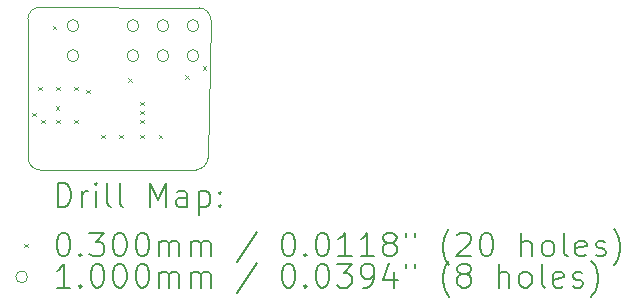
<source format=gbr>
%FSLAX45Y45*%
G04 Gerber Fmt 4.5, Leading zero omitted, Abs format (unit mm)*
G04 Created by KiCad (PCBNEW (6.0.5)) date 2022-06-13 10:30:56*
%MOMM*%
%LPD*%
G01*
G04 APERTURE LIST*
%TA.AperFunction,Profile*%
%ADD10C,0.050000*%
%TD*%
%TA.AperFunction,Profile*%
%ADD11C,0.010000*%
%TD*%
%ADD12C,0.200000*%
%ADD13C,0.030000*%
%ADD14C,0.100000*%
G04 APERTURE END LIST*
D10*
X13410400Y-9595711D02*
X13412800Y-10772000D01*
X14959000Y-9601200D02*
X14933600Y-10770400D01*
X13512800Y-10872000D02*
X14833600Y-10870400D01*
X14859000Y-9501200D02*
X13510400Y-9495711D01*
D11*
X13510400Y-9495710D02*
G75*
G03*
X13410400Y-9595711I0J-100000D01*
G01*
X13412800Y-10772000D02*
G75*
G03*
X13512800Y-10872000I100000J0D01*
G01*
X14833600Y-10870400D02*
G75*
G03*
X14933600Y-10770400I0J100000D01*
G01*
X14959000Y-9601200D02*
G75*
G03*
X14859000Y-9501200I-100000J0D01*
G01*
D12*
D13*
X13447000Y-10390000D02*
X13477000Y-10420000D01*
X13477000Y-10390000D02*
X13447000Y-10420000D01*
X13497800Y-10169100D02*
X13527800Y-10199100D01*
X13527800Y-10169100D02*
X13497800Y-10199100D01*
X13523200Y-10449800D02*
X13553200Y-10479800D01*
X13553200Y-10449800D02*
X13523200Y-10479800D01*
X13621000Y-9653000D02*
X13651000Y-9683000D01*
X13651000Y-9653000D02*
X13621000Y-9683000D01*
X13648000Y-10332000D02*
X13678000Y-10362000D01*
X13678000Y-10332000D02*
X13648000Y-10362000D01*
X13650200Y-10170400D02*
X13680200Y-10200400D01*
X13680200Y-10170400D02*
X13650200Y-10200400D01*
X13650200Y-10449800D02*
X13680200Y-10479800D01*
X13680200Y-10449800D02*
X13650200Y-10479800D01*
X13802600Y-10169100D02*
X13832600Y-10199100D01*
X13832600Y-10169100D02*
X13802600Y-10199100D01*
X13802600Y-10449800D02*
X13832600Y-10479800D01*
X13832600Y-10449800D02*
X13802600Y-10479800D01*
X13904200Y-10195800D02*
X13934200Y-10225800D01*
X13934200Y-10195800D02*
X13904200Y-10225800D01*
X14031200Y-10576800D02*
X14061200Y-10606800D01*
X14061200Y-10576800D02*
X14031200Y-10606800D01*
X14183600Y-10576800D02*
X14213600Y-10606800D01*
X14213600Y-10576800D02*
X14183600Y-10606800D01*
X14259000Y-10097000D02*
X14289000Y-10127000D01*
X14289000Y-10097000D02*
X14259000Y-10127000D01*
X14361400Y-10297400D02*
X14391400Y-10327400D01*
X14391400Y-10297400D02*
X14361400Y-10327400D01*
X14361400Y-10373600D02*
X14391400Y-10403600D01*
X14391400Y-10373600D02*
X14361400Y-10403600D01*
X14361400Y-10449800D02*
X14391400Y-10479800D01*
X14391400Y-10449800D02*
X14361400Y-10479800D01*
X14361400Y-10576800D02*
X14391400Y-10606800D01*
X14391400Y-10576800D02*
X14361400Y-10606800D01*
X14518000Y-10576000D02*
X14548000Y-10606000D01*
X14548000Y-10576000D02*
X14518000Y-10606000D01*
X14743000Y-10071000D02*
X14773000Y-10101000D01*
X14773000Y-10071000D02*
X14743000Y-10101000D01*
X14890000Y-9996000D02*
X14920000Y-10026000D01*
X14920000Y-9996000D02*
X14890000Y-10026000D01*
D14*
X13842200Y-9652000D02*
G75*
G03*
X13842200Y-9652000I-50000J0D01*
G01*
X13842200Y-9906000D02*
G75*
G03*
X13842200Y-9906000I-50000J0D01*
G01*
X14350200Y-9652000D02*
G75*
G03*
X14350200Y-9652000I-50000J0D01*
G01*
X14350200Y-9906000D02*
G75*
G03*
X14350200Y-9906000I-50000J0D01*
G01*
X14604200Y-9652000D02*
G75*
G03*
X14604200Y-9652000I-50000J0D01*
G01*
X14604200Y-9906000D02*
G75*
G03*
X14604200Y-9906000I-50000J0D01*
G01*
X14858200Y-9652000D02*
G75*
G03*
X14858200Y-9652000I-50000J0D01*
G01*
X14858200Y-9906000D02*
G75*
G03*
X14858200Y-9906000I-50000J0D01*
G01*
D12*
X13665519Y-11184976D02*
X13665519Y-10984976D01*
X13713138Y-10984976D01*
X13741709Y-10994500D01*
X13760757Y-11013548D01*
X13770281Y-11032595D01*
X13779805Y-11070690D01*
X13779805Y-11099262D01*
X13770281Y-11137357D01*
X13760757Y-11156405D01*
X13741709Y-11175452D01*
X13713138Y-11184976D01*
X13665519Y-11184976D01*
X13865519Y-11184976D02*
X13865519Y-11051643D01*
X13865519Y-11089738D02*
X13875043Y-11070690D01*
X13884567Y-11061167D01*
X13903614Y-11051643D01*
X13922662Y-11051643D01*
X13989328Y-11184976D02*
X13989328Y-11051643D01*
X13989328Y-10984976D02*
X13979805Y-10994500D01*
X13989328Y-11004024D01*
X13998852Y-10994500D01*
X13989328Y-10984976D01*
X13989328Y-11004024D01*
X14113138Y-11184976D02*
X14094090Y-11175452D01*
X14084567Y-11156405D01*
X14084567Y-10984976D01*
X14217900Y-11184976D02*
X14198852Y-11175452D01*
X14189328Y-11156405D01*
X14189328Y-10984976D01*
X14446471Y-11184976D02*
X14446471Y-10984976D01*
X14513138Y-11127833D01*
X14579805Y-10984976D01*
X14579805Y-11184976D01*
X14760757Y-11184976D02*
X14760757Y-11080214D01*
X14751233Y-11061167D01*
X14732186Y-11051643D01*
X14694090Y-11051643D01*
X14675043Y-11061167D01*
X14760757Y-11175452D02*
X14741709Y-11184976D01*
X14694090Y-11184976D01*
X14675043Y-11175452D01*
X14665519Y-11156405D01*
X14665519Y-11137357D01*
X14675043Y-11118310D01*
X14694090Y-11108786D01*
X14741709Y-11108786D01*
X14760757Y-11099262D01*
X14855995Y-11051643D02*
X14855995Y-11251643D01*
X14855995Y-11061167D02*
X14875043Y-11051643D01*
X14913138Y-11051643D01*
X14932186Y-11061167D01*
X14941709Y-11070690D01*
X14951233Y-11089738D01*
X14951233Y-11146881D01*
X14941709Y-11165929D01*
X14932186Y-11175452D01*
X14913138Y-11184976D01*
X14875043Y-11184976D01*
X14855995Y-11175452D01*
X15036948Y-11165929D02*
X15046471Y-11175452D01*
X15036948Y-11184976D01*
X15027424Y-11175452D01*
X15036948Y-11165929D01*
X15036948Y-11184976D01*
X15036948Y-11061167D02*
X15046471Y-11070690D01*
X15036948Y-11080214D01*
X15027424Y-11070690D01*
X15036948Y-11061167D01*
X15036948Y-11080214D01*
D13*
X13377900Y-11499500D02*
X13407900Y-11529500D01*
X13407900Y-11499500D02*
X13377900Y-11529500D01*
D12*
X13703614Y-11404976D02*
X13722662Y-11404976D01*
X13741709Y-11414500D01*
X13751233Y-11424024D01*
X13760757Y-11443071D01*
X13770281Y-11481167D01*
X13770281Y-11528786D01*
X13760757Y-11566881D01*
X13751233Y-11585928D01*
X13741709Y-11595452D01*
X13722662Y-11604976D01*
X13703614Y-11604976D01*
X13684567Y-11595452D01*
X13675043Y-11585928D01*
X13665519Y-11566881D01*
X13655995Y-11528786D01*
X13655995Y-11481167D01*
X13665519Y-11443071D01*
X13675043Y-11424024D01*
X13684567Y-11414500D01*
X13703614Y-11404976D01*
X13855995Y-11585928D02*
X13865519Y-11595452D01*
X13855995Y-11604976D01*
X13846471Y-11595452D01*
X13855995Y-11585928D01*
X13855995Y-11604976D01*
X13932186Y-11404976D02*
X14055995Y-11404976D01*
X13989328Y-11481167D01*
X14017900Y-11481167D01*
X14036948Y-11490690D01*
X14046471Y-11500214D01*
X14055995Y-11519262D01*
X14055995Y-11566881D01*
X14046471Y-11585928D01*
X14036948Y-11595452D01*
X14017900Y-11604976D01*
X13960757Y-11604976D01*
X13941709Y-11595452D01*
X13932186Y-11585928D01*
X14179805Y-11404976D02*
X14198852Y-11404976D01*
X14217900Y-11414500D01*
X14227424Y-11424024D01*
X14236948Y-11443071D01*
X14246471Y-11481167D01*
X14246471Y-11528786D01*
X14236948Y-11566881D01*
X14227424Y-11585928D01*
X14217900Y-11595452D01*
X14198852Y-11604976D01*
X14179805Y-11604976D01*
X14160757Y-11595452D01*
X14151233Y-11585928D01*
X14141709Y-11566881D01*
X14132186Y-11528786D01*
X14132186Y-11481167D01*
X14141709Y-11443071D01*
X14151233Y-11424024D01*
X14160757Y-11414500D01*
X14179805Y-11404976D01*
X14370281Y-11404976D02*
X14389328Y-11404976D01*
X14408376Y-11414500D01*
X14417900Y-11424024D01*
X14427424Y-11443071D01*
X14436948Y-11481167D01*
X14436948Y-11528786D01*
X14427424Y-11566881D01*
X14417900Y-11585928D01*
X14408376Y-11595452D01*
X14389328Y-11604976D01*
X14370281Y-11604976D01*
X14351233Y-11595452D01*
X14341709Y-11585928D01*
X14332186Y-11566881D01*
X14322662Y-11528786D01*
X14322662Y-11481167D01*
X14332186Y-11443071D01*
X14341709Y-11424024D01*
X14351233Y-11414500D01*
X14370281Y-11404976D01*
X14522662Y-11604976D02*
X14522662Y-11471643D01*
X14522662Y-11490690D02*
X14532186Y-11481167D01*
X14551233Y-11471643D01*
X14579805Y-11471643D01*
X14598852Y-11481167D01*
X14608376Y-11500214D01*
X14608376Y-11604976D01*
X14608376Y-11500214D02*
X14617900Y-11481167D01*
X14636948Y-11471643D01*
X14665519Y-11471643D01*
X14684567Y-11481167D01*
X14694090Y-11500214D01*
X14694090Y-11604976D01*
X14789328Y-11604976D02*
X14789328Y-11471643D01*
X14789328Y-11490690D02*
X14798852Y-11481167D01*
X14817900Y-11471643D01*
X14846471Y-11471643D01*
X14865519Y-11481167D01*
X14875043Y-11500214D01*
X14875043Y-11604976D01*
X14875043Y-11500214D02*
X14884567Y-11481167D01*
X14903614Y-11471643D01*
X14932186Y-11471643D01*
X14951233Y-11481167D01*
X14960757Y-11500214D01*
X14960757Y-11604976D01*
X15351233Y-11395452D02*
X15179805Y-11652595D01*
X15608376Y-11404976D02*
X15627424Y-11404976D01*
X15646471Y-11414500D01*
X15655995Y-11424024D01*
X15665519Y-11443071D01*
X15675043Y-11481167D01*
X15675043Y-11528786D01*
X15665519Y-11566881D01*
X15655995Y-11585928D01*
X15646471Y-11595452D01*
X15627424Y-11604976D01*
X15608376Y-11604976D01*
X15589328Y-11595452D01*
X15579805Y-11585928D01*
X15570281Y-11566881D01*
X15560757Y-11528786D01*
X15560757Y-11481167D01*
X15570281Y-11443071D01*
X15579805Y-11424024D01*
X15589328Y-11414500D01*
X15608376Y-11404976D01*
X15760757Y-11585928D02*
X15770281Y-11595452D01*
X15760757Y-11604976D01*
X15751233Y-11595452D01*
X15760757Y-11585928D01*
X15760757Y-11604976D01*
X15894090Y-11404976D02*
X15913138Y-11404976D01*
X15932186Y-11414500D01*
X15941709Y-11424024D01*
X15951233Y-11443071D01*
X15960757Y-11481167D01*
X15960757Y-11528786D01*
X15951233Y-11566881D01*
X15941709Y-11585928D01*
X15932186Y-11595452D01*
X15913138Y-11604976D01*
X15894090Y-11604976D01*
X15875043Y-11595452D01*
X15865519Y-11585928D01*
X15855995Y-11566881D01*
X15846471Y-11528786D01*
X15846471Y-11481167D01*
X15855995Y-11443071D01*
X15865519Y-11424024D01*
X15875043Y-11414500D01*
X15894090Y-11404976D01*
X16151233Y-11604976D02*
X16036948Y-11604976D01*
X16094090Y-11604976D02*
X16094090Y-11404976D01*
X16075043Y-11433548D01*
X16055995Y-11452595D01*
X16036948Y-11462119D01*
X16341709Y-11604976D02*
X16227424Y-11604976D01*
X16284567Y-11604976D02*
X16284567Y-11404976D01*
X16265519Y-11433548D01*
X16246471Y-11452595D01*
X16227424Y-11462119D01*
X16455995Y-11490690D02*
X16436948Y-11481167D01*
X16427424Y-11471643D01*
X16417900Y-11452595D01*
X16417900Y-11443071D01*
X16427424Y-11424024D01*
X16436948Y-11414500D01*
X16455995Y-11404976D01*
X16494090Y-11404976D01*
X16513138Y-11414500D01*
X16522662Y-11424024D01*
X16532186Y-11443071D01*
X16532186Y-11452595D01*
X16522662Y-11471643D01*
X16513138Y-11481167D01*
X16494090Y-11490690D01*
X16455995Y-11490690D01*
X16436948Y-11500214D01*
X16427424Y-11509738D01*
X16417900Y-11528786D01*
X16417900Y-11566881D01*
X16427424Y-11585928D01*
X16436948Y-11595452D01*
X16455995Y-11604976D01*
X16494090Y-11604976D01*
X16513138Y-11595452D01*
X16522662Y-11585928D01*
X16532186Y-11566881D01*
X16532186Y-11528786D01*
X16522662Y-11509738D01*
X16513138Y-11500214D01*
X16494090Y-11490690D01*
X16608376Y-11404976D02*
X16608376Y-11443071D01*
X16684567Y-11404976D02*
X16684567Y-11443071D01*
X16979805Y-11681167D02*
X16970281Y-11671643D01*
X16951233Y-11643071D01*
X16941710Y-11624024D01*
X16932186Y-11595452D01*
X16922662Y-11547833D01*
X16922662Y-11509738D01*
X16932186Y-11462119D01*
X16941710Y-11433548D01*
X16951233Y-11414500D01*
X16970281Y-11385928D01*
X16979805Y-11376405D01*
X17046471Y-11424024D02*
X17055995Y-11414500D01*
X17075043Y-11404976D01*
X17122662Y-11404976D01*
X17141710Y-11414500D01*
X17151233Y-11424024D01*
X17160757Y-11443071D01*
X17160757Y-11462119D01*
X17151233Y-11490690D01*
X17036948Y-11604976D01*
X17160757Y-11604976D01*
X17284567Y-11404976D02*
X17303614Y-11404976D01*
X17322662Y-11414500D01*
X17332186Y-11424024D01*
X17341710Y-11443071D01*
X17351233Y-11481167D01*
X17351233Y-11528786D01*
X17341710Y-11566881D01*
X17332186Y-11585928D01*
X17322662Y-11595452D01*
X17303614Y-11604976D01*
X17284567Y-11604976D01*
X17265519Y-11595452D01*
X17255995Y-11585928D01*
X17246471Y-11566881D01*
X17236948Y-11528786D01*
X17236948Y-11481167D01*
X17246471Y-11443071D01*
X17255995Y-11424024D01*
X17265519Y-11414500D01*
X17284567Y-11404976D01*
X17589329Y-11604976D02*
X17589329Y-11404976D01*
X17675043Y-11604976D02*
X17675043Y-11500214D01*
X17665519Y-11481167D01*
X17646471Y-11471643D01*
X17617900Y-11471643D01*
X17598852Y-11481167D01*
X17589329Y-11490690D01*
X17798852Y-11604976D02*
X17779805Y-11595452D01*
X17770281Y-11585928D01*
X17760757Y-11566881D01*
X17760757Y-11509738D01*
X17770281Y-11490690D01*
X17779805Y-11481167D01*
X17798852Y-11471643D01*
X17827424Y-11471643D01*
X17846471Y-11481167D01*
X17855995Y-11490690D01*
X17865519Y-11509738D01*
X17865519Y-11566881D01*
X17855995Y-11585928D01*
X17846471Y-11595452D01*
X17827424Y-11604976D01*
X17798852Y-11604976D01*
X17979805Y-11604976D02*
X17960757Y-11595452D01*
X17951233Y-11576405D01*
X17951233Y-11404976D01*
X18132186Y-11595452D02*
X18113138Y-11604976D01*
X18075043Y-11604976D01*
X18055995Y-11595452D01*
X18046471Y-11576405D01*
X18046471Y-11500214D01*
X18055995Y-11481167D01*
X18075043Y-11471643D01*
X18113138Y-11471643D01*
X18132186Y-11481167D01*
X18141710Y-11500214D01*
X18141710Y-11519262D01*
X18046471Y-11538309D01*
X18217900Y-11595452D02*
X18236948Y-11604976D01*
X18275043Y-11604976D01*
X18294090Y-11595452D01*
X18303614Y-11576405D01*
X18303614Y-11566881D01*
X18294090Y-11547833D01*
X18275043Y-11538309D01*
X18246471Y-11538309D01*
X18227424Y-11528786D01*
X18217900Y-11509738D01*
X18217900Y-11500214D01*
X18227424Y-11481167D01*
X18246471Y-11471643D01*
X18275043Y-11471643D01*
X18294090Y-11481167D01*
X18370281Y-11681167D02*
X18379805Y-11671643D01*
X18398852Y-11643071D01*
X18408376Y-11624024D01*
X18417900Y-11595452D01*
X18427424Y-11547833D01*
X18427424Y-11509738D01*
X18417900Y-11462119D01*
X18408376Y-11433548D01*
X18398852Y-11414500D01*
X18379805Y-11385928D01*
X18370281Y-11376405D01*
D14*
X13407900Y-11778500D02*
G75*
G03*
X13407900Y-11778500I-50000J0D01*
G01*
D12*
X13770281Y-11868976D02*
X13655995Y-11868976D01*
X13713138Y-11868976D02*
X13713138Y-11668976D01*
X13694090Y-11697548D01*
X13675043Y-11716595D01*
X13655995Y-11726119D01*
X13855995Y-11849928D02*
X13865519Y-11859452D01*
X13855995Y-11868976D01*
X13846471Y-11859452D01*
X13855995Y-11849928D01*
X13855995Y-11868976D01*
X13989328Y-11668976D02*
X14008376Y-11668976D01*
X14027424Y-11678500D01*
X14036948Y-11688024D01*
X14046471Y-11707071D01*
X14055995Y-11745167D01*
X14055995Y-11792786D01*
X14046471Y-11830881D01*
X14036948Y-11849928D01*
X14027424Y-11859452D01*
X14008376Y-11868976D01*
X13989328Y-11868976D01*
X13970281Y-11859452D01*
X13960757Y-11849928D01*
X13951233Y-11830881D01*
X13941709Y-11792786D01*
X13941709Y-11745167D01*
X13951233Y-11707071D01*
X13960757Y-11688024D01*
X13970281Y-11678500D01*
X13989328Y-11668976D01*
X14179805Y-11668976D02*
X14198852Y-11668976D01*
X14217900Y-11678500D01*
X14227424Y-11688024D01*
X14236948Y-11707071D01*
X14246471Y-11745167D01*
X14246471Y-11792786D01*
X14236948Y-11830881D01*
X14227424Y-11849928D01*
X14217900Y-11859452D01*
X14198852Y-11868976D01*
X14179805Y-11868976D01*
X14160757Y-11859452D01*
X14151233Y-11849928D01*
X14141709Y-11830881D01*
X14132186Y-11792786D01*
X14132186Y-11745167D01*
X14141709Y-11707071D01*
X14151233Y-11688024D01*
X14160757Y-11678500D01*
X14179805Y-11668976D01*
X14370281Y-11668976D02*
X14389328Y-11668976D01*
X14408376Y-11678500D01*
X14417900Y-11688024D01*
X14427424Y-11707071D01*
X14436948Y-11745167D01*
X14436948Y-11792786D01*
X14427424Y-11830881D01*
X14417900Y-11849928D01*
X14408376Y-11859452D01*
X14389328Y-11868976D01*
X14370281Y-11868976D01*
X14351233Y-11859452D01*
X14341709Y-11849928D01*
X14332186Y-11830881D01*
X14322662Y-11792786D01*
X14322662Y-11745167D01*
X14332186Y-11707071D01*
X14341709Y-11688024D01*
X14351233Y-11678500D01*
X14370281Y-11668976D01*
X14522662Y-11868976D02*
X14522662Y-11735643D01*
X14522662Y-11754690D02*
X14532186Y-11745167D01*
X14551233Y-11735643D01*
X14579805Y-11735643D01*
X14598852Y-11745167D01*
X14608376Y-11764214D01*
X14608376Y-11868976D01*
X14608376Y-11764214D02*
X14617900Y-11745167D01*
X14636948Y-11735643D01*
X14665519Y-11735643D01*
X14684567Y-11745167D01*
X14694090Y-11764214D01*
X14694090Y-11868976D01*
X14789328Y-11868976D02*
X14789328Y-11735643D01*
X14789328Y-11754690D02*
X14798852Y-11745167D01*
X14817900Y-11735643D01*
X14846471Y-11735643D01*
X14865519Y-11745167D01*
X14875043Y-11764214D01*
X14875043Y-11868976D01*
X14875043Y-11764214D02*
X14884567Y-11745167D01*
X14903614Y-11735643D01*
X14932186Y-11735643D01*
X14951233Y-11745167D01*
X14960757Y-11764214D01*
X14960757Y-11868976D01*
X15351233Y-11659452D02*
X15179805Y-11916595D01*
X15608376Y-11668976D02*
X15627424Y-11668976D01*
X15646471Y-11678500D01*
X15655995Y-11688024D01*
X15665519Y-11707071D01*
X15675043Y-11745167D01*
X15675043Y-11792786D01*
X15665519Y-11830881D01*
X15655995Y-11849928D01*
X15646471Y-11859452D01*
X15627424Y-11868976D01*
X15608376Y-11868976D01*
X15589328Y-11859452D01*
X15579805Y-11849928D01*
X15570281Y-11830881D01*
X15560757Y-11792786D01*
X15560757Y-11745167D01*
X15570281Y-11707071D01*
X15579805Y-11688024D01*
X15589328Y-11678500D01*
X15608376Y-11668976D01*
X15760757Y-11849928D02*
X15770281Y-11859452D01*
X15760757Y-11868976D01*
X15751233Y-11859452D01*
X15760757Y-11849928D01*
X15760757Y-11868976D01*
X15894090Y-11668976D02*
X15913138Y-11668976D01*
X15932186Y-11678500D01*
X15941709Y-11688024D01*
X15951233Y-11707071D01*
X15960757Y-11745167D01*
X15960757Y-11792786D01*
X15951233Y-11830881D01*
X15941709Y-11849928D01*
X15932186Y-11859452D01*
X15913138Y-11868976D01*
X15894090Y-11868976D01*
X15875043Y-11859452D01*
X15865519Y-11849928D01*
X15855995Y-11830881D01*
X15846471Y-11792786D01*
X15846471Y-11745167D01*
X15855995Y-11707071D01*
X15865519Y-11688024D01*
X15875043Y-11678500D01*
X15894090Y-11668976D01*
X16027424Y-11668976D02*
X16151233Y-11668976D01*
X16084567Y-11745167D01*
X16113138Y-11745167D01*
X16132186Y-11754690D01*
X16141709Y-11764214D01*
X16151233Y-11783262D01*
X16151233Y-11830881D01*
X16141709Y-11849928D01*
X16132186Y-11859452D01*
X16113138Y-11868976D01*
X16055995Y-11868976D01*
X16036948Y-11859452D01*
X16027424Y-11849928D01*
X16246471Y-11868976D02*
X16284567Y-11868976D01*
X16303614Y-11859452D01*
X16313138Y-11849928D01*
X16332186Y-11821357D01*
X16341709Y-11783262D01*
X16341709Y-11707071D01*
X16332186Y-11688024D01*
X16322662Y-11678500D01*
X16303614Y-11668976D01*
X16265519Y-11668976D01*
X16246471Y-11678500D01*
X16236948Y-11688024D01*
X16227424Y-11707071D01*
X16227424Y-11754690D01*
X16236948Y-11773738D01*
X16246471Y-11783262D01*
X16265519Y-11792786D01*
X16303614Y-11792786D01*
X16322662Y-11783262D01*
X16332186Y-11773738D01*
X16341709Y-11754690D01*
X16513138Y-11735643D02*
X16513138Y-11868976D01*
X16465519Y-11659452D02*
X16417900Y-11802309D01*
X16541709Y-11802309D01*
X16608376Y-11668976D02*
X16608376Y-11707071D01*
X16684567Y-11668976D02*
X16684567Y-11707071D01*
X16979805Y-11945167D02*
X16970281Y-11935643D01*
X16951233Y-11907071D01*
X16941710Y-11888024D01*
X16932186Y-11859452D01*
X16922662Y-11811833D01*
X16922662Y-11773738D01*
X16932186Y-11726119D01*
X16941710Y-11697548D01*
X16951233Y-11678500D01*
X16970281Y-11649928D01*
X16979805Y-11640405D01*
X17084567Y-11754690D02*
X17065519Y-11745167D01*
X17055995Y-11735643D01*
X17046471Y-11716595D01*
X17046471Y-11707071D01*
X17055995Y-11688024D01*
X17065519Y-11678500D01*
X17084567Y-11668976D01*
X17122662Y-11668976D01*
X17141710Y-11678500D01*
X17151233Y-11688024D01*
X17160757Y-11707071D01*
X17160757Y-11716595D01*
X17151233Y-11735643D01*
X17141710Y-11745167D01*
X17122662Y-11754690D01*
X17084567Y-11754690D01*
X17065519Y-11764214D01*
X17055995Y-11773738D01*
X17046471Y-11792786D01*
X17046471Y-11830881D01*
X17055995Y-11849928D01*
X17065519Y-11859452D01*
X17084567Y-11868976D01*
X17122662Y-11868976D01*
X17141710Y-11859452D01*
X17151233Y-11849928D01*
X17160757Y-11830881D01*
X17160757Y-11792786D01*
X17151233Y-11773738D01*
X17141710Y-11764214D01*
X17122662Y-11754690D01*
X17398852Y-11868976D02*
X17398852Y-11668976D01*
X17484567Y-11868976D02*
X17484567Y-11764214D01*
X17475043Y-11745167D01*
X17455995Y-11735643D01*
X17427424Y-11735643D01*
X17408376Y-11745167D01*
X17398852Y-11754690D01*
X17608376Y-11868976D02*
X17589329Y-11859452D01*
X17579805Y-11849928D01*
X17570281Y-11830881D01*
X17570281Y-11773738D01*
X17579805Y-11754690D01*
X17589329Y-11745167D01*
X17608376Y-11735643D01*
X17636948Y-11735643D01*
X17655995Y-11745167D01*
X17665519Y-11754690D01*
X17675043Y-11773738D01*
X17675043Y-11830881D01*
X17665519Y-11849928D01*
X17655995Y-11859452D01*
X17636948Y-11868976D01*
X17608376Y-11868976D01*
X17789329Y-11868976D02*
X17770281Y-11859452D01*
X17760757Y-11840405D01*
X17760757Y-11668976D01*
X17941710Y-11859452D02*
X17922662Y-11868976D01*
X17884567Y-11868976D01*
X17865519Y-11859452D01*
X17855995Y-11840405D01*
X17855995Y-11764214D01*
X17865519Y-11745167D01*
X17884567Y-11735643D01*
X17922662Y-11735643D01*
X17941710Y-11745167D01*
X17951233Y-11764214D01*
X17951233Y-11783262D01*
X17855995Y-11802309D01*
X18027424Y-11859452D02*
X18046471Y-11868976D01*
X18084567Y-11868976D01*
X18103614Y-11859452D01*
X18113138Y-11840405D01*
X18113138Y-11830881D01*
X18103614Y-11811833D01*
X18084567Y-11802309D01*
X18055995Y-11802309D01*
X18036948Y-11792786D01*
X18027424Y-11773738D01*
X18027424Y-11764214D01*
X18036948Y-11745167D01*
X18055995Y-11735643D01*
X18084567Y-11735643D01*
X18103614Y-11745167D01*
X18179805Y-11945167D02*
X18189329Y-11935643D01*
X18208376Y-11907071D01*
X18217900Y-11888024D01*
X18227424Y-11859452D01*
X18236948Y-11811833D01*
X18236948Y-11773738D01*
X18227424Y-11726119D01*
X18217900Y-11697548D01*
X18208376Y-11678500D01*
X18189329Y-11649928D01*
X18179805Y-11640405D01*
M02*

</source>
